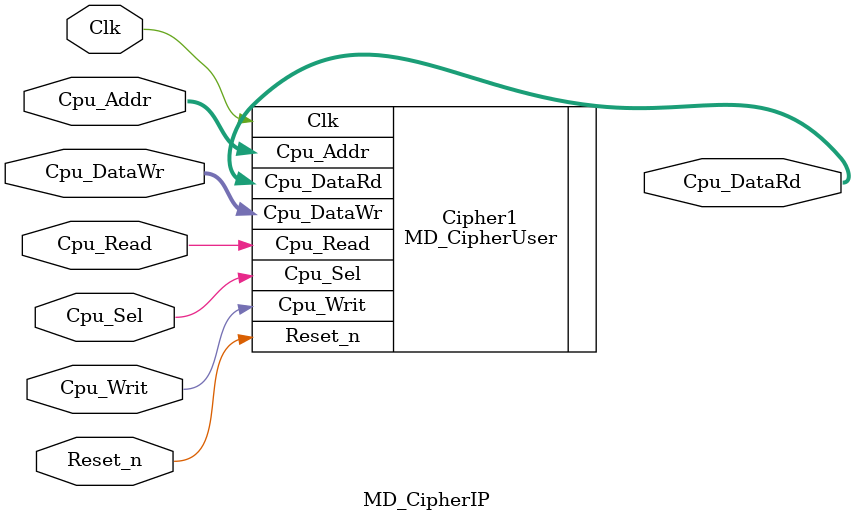
<source format=v>

`timescale 1 ps / 1 ps
module MD_CipherIP
	(
		input  wire        Clk,				//   clk.clk
		input  wire        Reset_n,				//   rst.reset_n
		input  wire [11:0] Cpu_Addr,			// slave.address
		input  wire        Cpu_Sel,				//      .chipselect
		input  wire        Cpu_Read,			//      .read
		input  wire        Cpu_Writ,			//      .write
		input  wire [31:0] Cpu_DataWr,			//      .writedata
		output wire [31:0] Cpu_DataRd			//      .readdata
	);

	
//----------------------------------------------------------------------------------
//----------------------------------------------------------------------------------

	MD_CipherUser Cipher1 (
			.Clk 	(Clk),
			.Reset_n 	(Reset_n),
			.Cpu_Addr 	(Cpu_Addr),
			.Cpu_Sel 	(Cpu_Sel),
			.Cpu_Read 	(Cpu_Read),
			.Cpu_Writ 	(Cpu_Writ),
			.Cpu_DataWr (Cpu_DataWr),
			.Cpu_DataRd (Cpu_DataRd)
	);


endmodule

</source>
